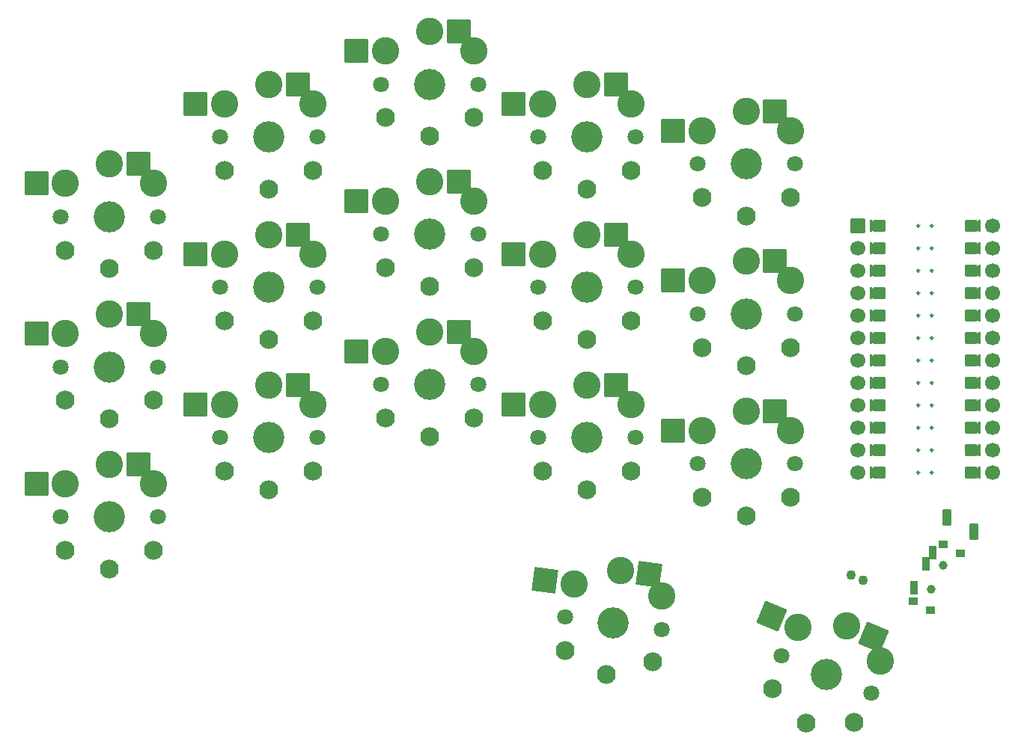
<source format=gbr>
%TF.GenerationSoftware,KiCad,Pcbnew,(6.0.8)*%
%TF.CreationDate,2022-12-27T02:43:28+02:00*%
%TF.ProjectId,lazy_ferris-rounded_final,6c617a79-5f66-4657-9272-69732d726f75,v1.0.0*%
%TF.SameCoordinates,Original*%
%TF.FileFunction,Soldermask,Top*%
%TF.FilePolarity,Negative*%
%FSLAX46Y46*%
G04 Gerber Fmt 4.6, Leading zero omitted, Abs format (unit mm)*
G04 Created by KiCad (PCBNEW (6.0.8)) date 2022-12-27 02:43:28*
%MOMM*%
%LPD*%
G01*
G04 APERTURE LIST*
G04 Aperture macros list*
%AMRoundRect*
0 Rectangle with rounded corners*
0 $1 Rounding radius*
0 $2 $3 $4 $5 $6 $7 $8 $9 X,Y pos of 4 corners*
0 Add a 4 corners polygon primitive as box body*
4,1,4,$2,$3,$4,$5,$6,$7,$8,$9,$2,$3,0*
0 Add four circle primitives for the rounded corners*
1,1,$1+$1,$2,$3*
1,1,$1+$1,$4,$5*
1,1,$1+$1,$6,$7*
1,1,$1+$1,$8,$9*
0 Add four rect primitives between the rounded corners*
20,1,$1+$1,$2,$3,$4,$5,0*
20,1,$1+$1,$4,$5,$6,$7,0*
20,1,$1+$1,$6,$7,$8,$9,0*
20,1,$1+$1,$8,$9,$2,$3,0*%
%AMFreePoly0*
4,1,14,0.635355,0.435355,0.650000,0.400000,0.650000,0.200000,0.635355,0.164645,0.035355,-0.435355,0.000000,-0.450000,-0.035355,-0.435355,-0.635355,0.164645,-0.650000,0.200000,-0.650000,0.400000,-0.635355,0.435355,-0.600000,0.450000,0.600000,0.450000,0.635355,0.435355,0.635355,0.435355,$1*%
%AMFreePoly1*
4,1,16,0.635355,1.035355,0.650000,1.000000,0.650000,-0.250000,0.635355,-0.285355,0.600000,-0.300000,-0.600000,-0.300000,-0.635355,-0.285355,-0.650000,-0.250000,-0.650000,1.000000,-0.635355,1.035355,-0.600000,1.050000,-0.564645,1.035355,0.000000,0.470710,0.564645,1.035355,0.600000,1.050000,0.635355,1.035355,0.635355,1.035355,$1*%
G04 Aperture macros list end*
%ADD10C,0.250000*%
%ADD11C,0.100000*%
%ADD12C,1.100000*%
%ADD13RoundRect,0.050000X-0.500000X-0.400000X0.500000X-0.400000X0.500000X0.400000X-0.500000X0.400000X0*%
%ADD14C,1.000000*%
%ADD15RoundRect,0.050000X-0.350000X-0.750000X0.350000X-0.750000X0.350000X0.750000X-0.350000X0.750000X0*%
%ADD16C,1.801800*%
%ADD17C,3.100000*%
%ADD18C,3.529000*%
%ADD19RoundRect,0.050000X-1.300000X-1.300000X1.300000X-1.300000X1.300000X1.300000X-1.300000X1.300000X0*%
%ADD20C,2.132000*%
%ADD21RoundRect,0.050000X-1.458562X-1.119194X1.119194X-1.458562X1.458562X1.119194X-1.119194X1.458562X0*%
%ADD22RoundRect,0.050000X-0.450000X-0.850000X0.450000X-0.850000X0.450000X0.850000X-0.450000X0.850000X0*%
%ADD23C,1.700000*%
%ADD24FreePoly0,90.000000*%
%ADD25FreePoly0,270.000000*%
%ADD26RoundRect,0.050000X-0.800000X0.800000X-0.800000X-0.800000X0.800000X-0.800000X0.800000X0.800000X0*%
%ADD27FreePoly1,270.000000*%
%ADD28FreePoly1,90.000000*%
%ADD29RoundRect,0.050000X-1.698532X-0.703555X0.703555X-1.698532X1.698532X0.703555X-0.703555X1.698532X0*%
G04 APERTURE END LIST*
D10*
%TO.C,MCU1*%
X111137000Y30430000D02*
G75*
G03*
X111137000Y30430000I-125000J0D01*
G01*
X111137000Y10110000D02*
G75*
G03*
X111137000Y10110000I-125000J0D01*
G01*
X109613000Y25350000D02*
G75*
G03*
X109613000Y25350000I-125000J0D01*
G01*
X111137000Y22810000D02*
G75*
G03*
X111137000Y22810000I-125000J0D01*
G01*
X111137000Y25350000D02*
G75*
G03*
X111137000Y25350000I-125000J0D01*
G01*
X109613000Y12650000D02*
G75*
G03*
X109613000Y12650000I-125000J0D01*
G01*
X111137000Y5030000D02*
G75*
G03*
X111137000Y5030000I-125000J0D01*
G01*
X111137000Y7570000D02*
G75*
G03*
X111137000Y7570000I-125000J0D01*
G01*
X109613000Y15190000D02*
G75*
G03*
X109613000Y15190000I-125000J0D01*
G01*
X109613000Y20270000D02*
G75*
G03*
X109613000Y20270000I-125000J0D01*
G01*
X111137000Y20270000D02*
G75*
G03*
X111137000Y20270000I-125000J0D01*
G01*
X111137000Y32970000D02*
G75*
G03*
X111137000Y32970000I-125000J0D01*
G01*
X109613000Y27890000D02*
G75*
G03*
X109613000Y27890000I-125000J0D01*
G01*
X109613000Y32970000D02*
G75*
G03*
X109613000Y32970000I-125000J0D01*
G01*
X111137000Y17730000D02*
G75*
G03*
X111137000Y17730000I-125000J0D01*
G01*
X109613000Y30430000D02*
G75*
G03*
X109613000Y30430000I-125000J0D01*
G01*
X111137000Y27890000D02*
G75*
G03*
X111137000Y27890000I-125000J0D01*
G01*
X109613000Y10110000D02*
G75*
G03*
X109613000Y10110000I-125000J0D01*
G01*
X111137000Y12650000D02*
G75*
G03*
X111137000Y12650000I-125000J0D01*
G01*
X109613000Y22810000D02*
G75*
G03*
X109613000Y22810000I-125000J0D01*
G01*
X111137000Y15190000D02*
G75*
G03*
X111137000Y15190000I-125000J0D01*
G01*
X109613000Y7570000D02*
G75*
G03*
X109613000Y7570000I-125000J0D01*
G01*
X109613000Y5030000D02*
G75*
G03*
X109613000Y5030000I-125000J0D01*
G01*
X109613000Y17730000D02*
G75*
G03*
X109613000Y17730000I-125000J0D01*
G01*
G36*
X116346000Y29922000D02*
G01*
X115330000Y29922000D01*
X115330000Y30938000D01*
X116346000Y30938000D01*
X116346000Y29922000D01*
G37*
D11*
X116346000Y29922000D02*
X115330000Y29922000D01*
X115330000Y30938000D01*
X116346000Y30938000D01*
X116346000Y29922000D01*
G36*
X116346000Y9602000D02*
G01*
X115330000Y9602000D01*
X115330000Y10618000D01*
X116346000Y10618000D01*
X116346000Y9602000D01*
G37*
X116346000Y9602000D02*
X115330000Y9602000D01*
X115330000Y10618000D01*
X116346000Y10618000D01*
X116346000Y9602000D01*
G36*
X105170000Y22302000D02*
G01*
X104154000Y22302000D01*
X104154000Y23318000D01*
X105170000Y23318000D01*
X105170000Y22302000D01*
G37*
X105170000Y22302000D02*
X104154000Y22302000D01*
X104154000Y23318000D01*
X105170000Y23318000D01*
X105170000Y22302000D01*
G36*
X105170000Y9602000D02*
G01*
X104154000Y9602000D01*
X104154000Y10618000D01*
X105170000Y10618000D01*
X105170000Y9602000D01*
G37*
X105170000Y9602000D02*
X104154000Y9602000D01*
X104154000Y10618000D01*
X105170000Y10618000D01*
X105170000Y9602000D01*
G36*
X116346000Y14682000D02*
G01*
X115330000Y14682000D01*
X115330000Y15698000D01*
X116346000Y15698000D01*
X116346000Y14682000D01*
G37*
X116346000Y14682000D02*
X115330000Y14682000D01*
X115330000Y15698000D01*
X116346000Y15698000D01*
X116346000Y14682000D01*
G36*
X105170000Y4522000D02*
G01*
X104154000Y4522000D01*
X104154000Y5538000D01*
X105170000Y5538000D01*
X105170000Y4522000D01*
G37*
X105170000Y4522000D02*
X104154000Y4522000D01*
X104154000Y5538000D01*
X105170000Y5538000D01*
X105170000Y4522000D01*
G36*
X116346000Y27382000D02*
G01*
X115330000Y27382000D01*
X115330000Y28398000D01*
X116346000Y28398000D01*
X116346000Y27382000D01*
G37*
X116346000Y27382000D02*
X115330000Y27382000D01*
X115330000Y28398000D01*
X116346000Y28398000D01*
X116346000Y27382000D01*
G36*
X105170000Y27382000D02*
G01*
X104154000Y27382000D01*
X104154000Y28398000D01*
X105170000Y28398000D01*
X105170000Y27382000D01*
G37*
X105170000Y27382000D02*
X104154000Y27382000D01*
X104154000Y28398000D01*
X105170000Y28398000D01*
X105170000Y27382000D01*
G36*
X116346000Y12142000D02*
G01*
X115330000Y12142000D01*
X115330000Y13158000D01*
X116346000Y13158000D01*
X116346000Y12142000D01*
G37*
X116346000Y12142000D02*
X115330000Y12142000D01*
X115330000Y13158000D01*
X116346000Y13158000D01*
X116346000Y12142000D01*
G36*
X116346000Y17222000D02*
G01*
X115330000Y17222000D01*
X115330000Y18238000D01*
X116346000Y18238000D01*
X116346000Y17222000D01*
G37*
X116346000Y17222000D02*
X115330000Y17222000D01*
X115330000Y18238000D01*
X116346000Y18238000D01*
X116346000Y17222000D01*
G36*
X105170000Y29922000D02*
G01*
X104154000Y29922000D01*
X104154000Y30938000D01*
X105170000Y30938000D01*
X105170000Y29922000D01*
G37*
X105170000Y29922000D02*
X104154000Y29922000D01*
X104154000Y30938000D01*
X105170000Y30938000D01*
X105170000Y29922000D01*
G36*
X105170000Y7062000D02*
G01*
X104154000Y7062000D01*
X104154000Y8078000D01*
X105170000Y8078000D01*
X105170000Y7062000D01*
G37*
X105170000Y7062000D02*
X104154000Y7062000D01*
X104154000Y8078000D01*
X105170000Y8078000D01*
X105170000Y7062000D01*
G36*
X105170000Y24842000D02*
G01*
X104154000Y24842000D01*
X104154000Y25858000D01*
X105170000Y25858000D01*
X105170000Y24842000D01*
G37*
X105170000Y24842000D02*
X104154000Y24842000D01*
X104154000Y25858000D01*
X105170000Y25858000D01*
X105170000Y24842000D01*
G36*
X105170000Y14682000D02*
G01*
X104154000Y14682000D01*
X104154000Y15698000D01*
X105170000Y15698000D01*
X105170000Y14682000D01*
G37*
X105170000Y14682000D02*
X104154000Y14682000D01*
X104154000Y15698000D01*
X105170000Y15698000D01*
X105170000Y14682000D01*
G36*
X105170000Y17222000D02*
G01*
X104154000Y17222000D01*
X104154000Y18238000D01*
X105170000Y18238000D01*
X105170000Y17222000D01*
G37*
X105170000Y17222000D02*
X104154000Y17222000D01*
X104154000Y18238000D01*
X105170000Y18238000D01*
X105170000Y17222000D01*
G36*
X105170000Y12142000D02*
G01*
X104154000Y12142000D01*
X104154000Y13158000D01*
X105170000Y13158000D01*
X105170000Y12142000D01*
G37*
X105170000Y12142000D02*
X104154000Y12142000D01*
X104154000Y13158000D01*
X105170000Y13158000D01*
X105170000Y12142000D01*
G36*
X116346000Y22302000D02*
G01*
X115330000Y22302000D01*
X115330000Y23318000D01*
X116346000Y23318000D01*
X116346000Y22302000D01*
G37*
X116346000Y22302000D02*
X115330000Y22302000D01*
X115330000Y23318000D01*
X116346000Y23318000D01*
X116346000Y22302000D01*
G36*
X116346000Y19762000D02*
G01*
X115330000Y19762000D01*
X115330000Y20778000D01*
X116346000Y20778000D01*
X116346000Y19762000D01*
G37*
X116346000Y19762000D02*
X115330000Y19762000D01*
X115330000Y20778000D01*
X116346000Y20778000D01*
X116346000Y19762000D01*
G36*
X116346000Y7062000D02*
G01*
X115330000Y7062000D01*
X115330000Y8078000D01*
X116346000Y8078000D01*
X116346000Y7062000D01*
G37*
X116346000Y7062000D02*
X115330000Y7062000D01*
X115330000Y8078000D01*
X116346000Y8078000D01*
X116346000Y7062000D01*
G36*
X116346000Y32462000D02*
G01*
X115330000Y32462000D01*
X115330000Y33478000D01*
X116346000Y33478000D01*
X116346000Y32462000D01*
G37*
X116346000Y32462000D02*
X115330000Y32462000D01*
X115330000Y33478000D01*
X116346000Y33478000D01*
X116346000Y32462000D01*
G36*
X105170000Y19762000D02*
G01*
X104154000Y19762000D01*
X104154000Y20778000D01*
X105170000Y20778000D01*
X105170000Y19762000D01*
G37*
X105170000Y19762000D02*
X104154000Y19762000D01*
X104154000Y20778000D01*
X105170000Y20778000D01*
X105170000Y19762000D01*
G36*
X116346000Y4522000D02*
G01*
X115330000Y4522000D01*
X115330000Y5538000D01*
X116346000Y5538000D01*
X116346000Y4522000D01*
G37*
X116346000Y4522000D02*
X115330000Y4522000D01*
X115330000Y5538000D01*
X116346000Y5538000D01*
X116346000Y4522000D01*
G36*
X105170000Y32462000D02*
G01*
X104154000Y32462000D01*
X104154000Y33478000D01*
X105170000Y33478000D01*
X105170000Y32462000D01*
G37*
X105170000Y32462000D02*
X104154000Y32462000D01*
X104154000Y33478000D01*
X105170000Y33478000D01*
X105170000Y32462000D01*
G36*
X116346000Y24842000D02*
G01*
X115330000Y24842000D01*
X115330000Y25858000D01*
X116346000Y25858000D01*
X116346000Y24842000D01*
G37*
X116346000Y24842000D02*
X115330000Y24842000D01*
X115330000Y25858000D01*
X116346000Y25858000D01*
X116346000Y24842000D01*
%TD*%
D12*
%TO.C,*%
X103264805Y-7127840D03*
X101878985Y-6553814D03*
%TD*%
D13*
%TO.C,*%
X112295837Y-3070963D03*
X108925072Y-9546142D03*
X114256131Y-4091427D03*
D14*
X110902414Y-8151609D03*
D13*
X110885366Y-10566606D03*
D14*
X112287659Y-5490577D03*
X110902414Y-8151609D03*
X112287659Y-5490577D03*
D15*
X108994963Y-8004190D03*
X110380209Y-5343157D03*
X111072832Y-4012641D03*
%TD*%
D16*
%TO.C,S11*%
X30500000Y43000000D03*
D17*
X31000000Y46750000D03*
X36000000Y48950000D03*
D18*
X36000000Y43000000D03*
D16*
X41500000Y43000000D03*
D17*
X41000000Y46750000D03*
X36000000Y48950000D03*
D19*
X39275000Y48950000D03*
X27725000Y46750000D03*
%TD*%
D16*
%TO.C,S6*%
X12500000Y34000000D03*
D18*
X18000000Y34000000D03*
D16*
X23500000Y34000000D03*
D20*
X23000000Y30200000D03*
X13000000Y30200000D03*
X18000000Y28100000D03*
X18000000Y28100000D03*
%TD*%
D16*
%TO.C,S2*%
X12500000Y0D03*
D18*
X18000000Y0D03*
D16*
X23500000Y0D03*
D20*
X23000000Y-3800000D03*
X13000000Y-3800000D03*
X18000000Y-5900000D03*
X18000000Y-5900000D03*
%TD*%
D16*
%TO.C,S28*%
X84500000Y23000000D03*
X95500000Y23000000D03*
D18*
X90000000Y23000000D03*
D20*
X85000000Y19200000D03*
X95000000Y19200000D03*
X90000000Y17100000D03*
X90000000Y17100000D03*
%TD*%
D17*
%TO.C,S1*%
X13000000Y3750000D03*
X18000000Y5950000D03*
D18*
X18000000Y0D03*
D17*
X18000000Y5950000D03*
D16*
X23500000Y0D03*
X12500000Y0D03*
D17*
X23000000Y3750000D03*
D19*
X21275000Y5950000D03*
X9725000Y3750000D03*
%TD*%
D17*
%TO.C,S31*%
X75776631Y-6100903D03*
D16*
X80452947Y-12717894D03*
X69547053Y-11282106D03*
D17*
X70532249Y-7629451D03*
D18*
X75000000Y-12000000D03*
D17*
X75776631Y-6100903D03*
X80446698Y-8934713D03*
D21*
X79023613Y-6528376D03*
X67285267Y-7201978D03*
%TD*%
D16*
%TO.C,S5*%
X23500000Y34000000D03*
X12500000Y34000000D03*
D17*
X18000000Y39950000D03*
X18000000Y39950000D03*
X23000000Y37750000D03*
X13000000Y37750000D03*
D18*
X18000000Y34000000D03*
D19*
X21275000Y39950000D03*
X9725000Y37750000D03*
%TD*%
D22*
%TO.C,*%
X115759624Y-1639814D03*
X112743788Y-69868D03*
%TD*%
D16*
%TO.C,S24*%
X66500000Y43000000D03*
D18*
X72000000Y43000000D03*
D16*
X77500000Y43000000D03*
D20*
X77000000Y39200000D03*
X67000000Y39200000D03*
X72000000Y37100000D03*
X72000000Y37100000D03*
%TD*%
D17*
%TO.C,S7*%
X36000000Y14950000D03*
D18*
X36000000Y9000000D03*
D16*
X41500000Y9000000D03*
X30500000Y9000000D03*
D17*
X36000000Y14950000D03*
X41000000Y12750000D03*
X31000000Y12750000D03*
D19*
X39275000Y14950000D03*
X27725000Y12750000D03*
%TD*%
D23*
%TO.C,MCU1*%
X102630000Y12650000D03*
X117870000Y15190000D03*
X102630000Y5030000D03*
D24*
X104408000Y15190000D03*
X104408000Y17730000D03*
X104408000Y32970000D03*
D25*
X116092000Y27890000D03*
D24*
X104408000Y10110000D03*
D23*
X117870000Y30430000D03*
X102630000Y25350000D03*
X102630000Y27890000D03*
D25*
X116092000Y15190000D03*
D23*
X117870000Y10110000D03*
D25*
X116092000Y20270000D03*
D23*
X117870000Y25350000D03*
X102630000Y30430000D03*
X102630000Y20270000D03*
X102630000Y17730000D03*
X102630000Y32970000D03*
D24*
X104408000Y30430000D03*
D25*
X116092000Y22810000D03*
D26*
X102630000Y32970000D03*
D24*
X104408000Y20270000D03*
D25*
X116092000Y10110000D03*
X116092000Y7570000D03*
X116092000Y12650000D03*
D23*
X117870000Y12650000D03*
D24*
X104408000Y22810000D03*
X104408000Y27890000D03*
X104408000Y12650000D03*
D23*
X117870000Y17730000D03*
X102630000Y15190000D03*
X117870000Y32970000D03*
D24*
X104408000Y5030000D03*
D25*
X116092000Y25350000D03*
D23*
X117870000Y20270000D03*
D24*
X104408000Y25350000D03*
D25*
X116092000Y5030000D03*
D23*
X117870000Y22810000D03*
X102630000Y22810000D03*
D24*
X104408000Y7570000D03*
D25*
X116092000Y30430000D03*
X116092000Y17730000D03*
D23*
X102630000Y10110000D03*
X102630000Y7570000D03*
X117870000Y7570000D03*
X117870000Y27890000D03*
D25*
X116092000Y32970000D03*
D23*
X117870000Y5030000D03*
D27*
X115076000Y32970000D03*
X115076000Y30430000D03*
X115076000Y27890000D03*
X115076000Y25350000D03*
X115076000Y22810000D03*
X115076000Y20270000D03*
X115076000Y17730000D03*
X115076000Y15190000D03*
X115076000Y12650000D03*
X115076000Y10110000D03*
X115076000Y7570000D03*
X115076000Y5030000D03*
D28*
X105424000Y5030000D03*
X105424000Y7570000D03*
X105424000Y10110000D03*
X105424000Y12650000D03*
X105424000Y15190000D03*
X105424000Y17730000D03*
X105424000Y20270000D03*
X105424000Y22810000D03*
X105424000Y25350000D03*
X105424000Y27890000D03*
X105424000Y30430000D03*
X105424000Y32970000D03*
%TD*%
D16*
%TO.C,S30*%
X95500000Y40000000D03*
X84500000Y40000000D03*
D18*
X90000000Y40000000D03*
D20*
X95000000Y36200000D03*
X85000000Y36200000D03*
X90000000Y34100000D03*
X90000000Y34100000D03*
%TD*%
D17*
%TO.C,S9*%
X36000000Y31950000D03*
D16*
X41500000Y26000000D03*
D17*
X36000000Y31950000D03*
D18*
X36000000Y26000000D03*
D16*
X30500000Y26000000D03*
D17*
X31000000Y29750000D03*
X41000000Y29750000D03*
D19*
X39275000Y31950000D03*
X27725000Y29750000D03*
%TD*%
D16*
%TO.C,S26*%
X84500000Y6000000D03*
D18*
X90000000Y6000000D03*
D16*
X95500000Y6000000D03*
D20*
X85000000Y2200000D03*
X95000000Y2200000D03*
X90000000Y100000D03*
X90000000Y100000D03*
%TD*%
D18*
%TO.C,S3*%
X18000000Y17000000D03*
D17*
X13000000Y20750000D03*
D16*
X12500000Y17000000D03*
D17*
X23000000Y20750000D03*
X18000000Y22950000D03*
X18000000Y22950000D03*
D16*
X23500000Y17000000D03*
D19*
X21275000Y22950000D03*
X9725000Y20750000D03*
%TD*%
D17*
%TO.C,S15*%
X54200000Y37950000D03*
D18*
X54200000Y32000000D03*
D17*
X59200000Y35750000D03*
D16*
X59700000Y32000000D03*
X48700000Y32000000D03*
D17*
X54200000Y37950000D03*
X49200000Y35750000D03*
D19*
X57475000Y37950000D03*
X45925000Y35750000D03*
%TD*%
D16*
%TO.C,S22*%
X77500000Y26000000D03*
D18*
X72000000Y26000000D03*
D16*
X66500000Y26000000D03*
D20*
X77000000Y22200000D03*
X67000000Y22200000D03*
X72000000Y20100000D03*
X72000000Y20100000D03*
%TD*%
D16*
%TO.C,S32*%
X69547053Y-11282106D03*
D18*
X75000000Y-12000000D03*
D16*
X80452947Y-12717894D03*
D20*
X69546776Y-15114860D03*
X79461225Y-16420121D03*
X74229895Y-17849525D03*
X74229895Y-17849525D03*
%TD*%
D17*
%TO.C,S23*%
X77000000Y46750000D03*
D18*
X72000000Y43000000D03*
D17*
X72000000Y48950000D03*
X67000000Y46750000D03*
X72000000Y48950000D03*
D16*
X66500000Y43000000D03*
X77500000Y43000000D03*
D19*
X75275000Y48950000D03*
X63725000Y46750000D03*
%TD*%
D16*
%TO.C,S12*%
X41500000Y43000000D03*
X30500000Y43000000D03*
D18*
X36000000Y43000000D03*
D20*
X41000000Y39200000D03*
X31000000Y39200000D03*
X36000000Y37100000D03*
X36000000Y37100000D03*
%TD*%
D18*
%TO.C,S4*%
X18000000Y17000000D03*
D16*
X23500000Y17000000D03*
X12500000Y17000000D03*
D20*
X23000000Y13200000D03*
X13000000Y13200000D03*
X18000000Y11100000D03*
X18000000Y11100000D03*
%TD*%
D16*
%TO.C,S18*%
X48700000Y49000000D03*
X59700000Y49000000D03*
D18*
X54200000Y49000000D03*
D20*
X59200000Y45200000D03*
X49200000Y45200000D03*
X54200000Y43100000D03*
X54200000Y43100000D03*
%TD*%
D18*
%TO.C,S25*%
X90000000Y6000000D03*
D17*
X90000000Y11950000D03*
X95000000Y9750000D03*
D16*
X84500000Y6000000D03*
X95500000Y6000000D03*
D17*
X90000000Y11950000D03*
X85000000Y9750000D03*
D19*
X93275000Y11950000D03*
X81725000Y9750000D03*
%TD*%
D18*
%TO.C,S16*%
X54200000Y32000000D03*
D16*
X48700000Y32000000D03*
X59700000Y32000000D03*
D20*
X59200000Y28200000D03*
X49200000Y28200000D03*
X54200000Y26100000D03*
X54200000Y26100000D03*
%TD*%
D17*
%TO.C,S13*%
X49200000Y18750000D03*
D16*
X59700000Y15000000D03*
D17*
X59200000Y18750000D03*
D18*
X54200000Y15000000D03*
D17*
X54200000Y20950000D03*
D16*
X48700000Y15000000D03*
D17*
X54200000Y20950000D03*
D19*
X57475000Y20950000D03*
X45925000Y18750000D03*
%TD*%
D17*
%TO.C,S17*%
X54200000Y54950000D03*
D16*
X48700000Y49000000D03*
D17*
X59200000Y52750000D03*
X54200000Y54950000D03*
D16*
X59700000Y49000000D03*
D18*
X54200000Y49000000D03*
D17*
X49200000Y52750000D03*
D19*
X57475000Y54950000D03*
X45925000Y52750000D03*
%TD*%
D17*
%TO.C,S21*%
X77000000Y29750000D03*
X72000000Y31950000D03*
D16*
X66500000Y26000000D03*
X77500000Y26000000D03*
D17*
X72000000Y31950000D03*
D18*
X72000000Y26000000D03*
D17*
X67000000Y29750000D03*
D19*
X75275000Y31950000D03*
X63725000Y29750000D03*
%TD*%
D17*
%TO.C,S29*%
X90000000Y45950000D03*
D16*
X95500000Y40000000D03*
D17*
X95000000Y43750000D03*
D18*
X90000000Y40000000D03*
D17*
X85000000Y43750000D03*
D16*
X84500000Y40000000D03*
D17*
X90000000Y45950000D03*
D19*
X93275000Y45950000D03*
X81725000Y43750000D03*
%TD*%
D16*
%TO.C,S20*%
X66500000Y9000000D03*
D18*
X72000000Y9000000D03*
D16*
X77500000Y9000000D03*
D20*
X67000000Y5200000D03*
X77000000Y5200000D03*
X72000000Y3100000D03*
X72000000Y3100000D03*
%TD*%
D16*
%TO.C,S14*%
X59700000Y15000000D03*
D18*
X54200000Y15000000D03*
D16*
X48700000Y15000000D03*
D20*
X49200000Y11200000D03*
X59200000Y11200000D03*
X54200000Y9100000D03*
X54200000Y9100000D03*
%TD*%
D18*
%TO.C,S34*%
X99094915Y-17848125D03*
D16*
X94013578Y-15743366D03*
X104176252Y-19952884D03*
D20*
X93021320Y-19445450D03*
X102260116Y-23272284D03*
X96837083Y-23299014D03*
X96837083Y-23299014D03*
%TD*%
D17*
%TO.C,S19*%
X67000000Y12750000D03*
D16*
X77500000Y9000000D03*
D17*
X72000000Y14950000D03*
D16*
X66500000Y9000000D03*
D17*
X72000000Y14950000D03*
D18*
X72000000Y9000000D03*
D17*
X77000000Y12750000D03*
D19*
X75275000Y14950000D03*
X63725000Y12750000D03*
%TD*%
D17*
%TO.C,S27*%
X90000000Y28950000D03*
D16*
X95500000Y23000000D03*
D17*
X95000000Y26750000D03*
D16*
X84500000Y23000000D03*
D17*
X90000000Y28950000D03*
D18*
X90000000Y23000000D03*
D17*
X85000000Y26750000D03*
D19*
X93275000Y28950000D03*
X81725000Y26750000D03*
%TD*%
D16*
%TO.C,S10*%
X41500000Y26000000D03*
X30500000Y26000000D03*
D18*
X36000000Y26000000D03*
D20*
X41000000Y22200000D03*
X31000000Y22200000D03*
X36000000Y20100000D03*
X36000000Y20100000D03*
%TD*%
D17*
%TO.C,S33*%
X101371881Y-12351042D03*
D16*
X94013578Y-15743366D03*
D17*
X95910580Y-12470160D03*
X101371881Y-12351042D03*
D18*
X99094915Y-17848125D03*
D17*
X105149376Y-16296994D03*
D16*
X104176252Y-19952884D03*
D29*
X104397587Y-13604330D03*
X92884875Y-11216871D03*
%TD*%
D16*
%TO.C,S8*%
X41500000Y9000000D03*
D18*
X36000000Y9000000D03*
D16*
X30500000Y9000000D03*
D20*
X31000000Y5200000D03*
X41000000Y5200000D03*
X36000000Y3100000D03*
X36000000Y3100000D03*
%TD*%
M02*

</source>
